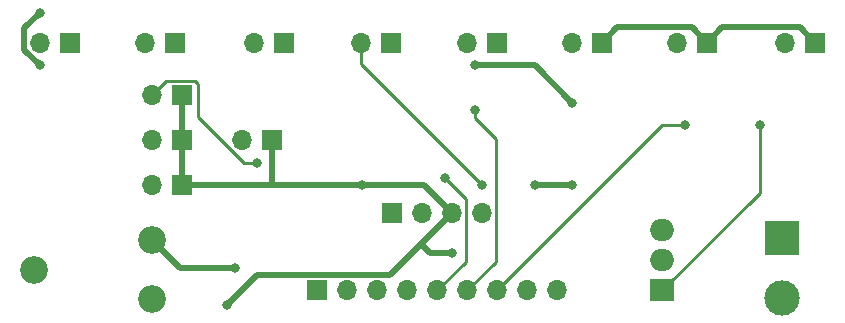
<source format=gbr>
%TF.GenerationSoftware,KiCad,Pcbnew,(5.1.6)-1*%
%TF.CreationDate,2020-11-25T02:59:11+01:00*%
%TF.ProjectId,heater_led_tempSensor_board,68656174-6572-45f6-9c65-645f74656d70,rev?*%
%TF.SameCoordinates,Original*%
%TF.FileFunction,Copper,L2,Bot*%
%TF.FilePolarity,Positive*%
%FSLAX46Y46*%
G04 Gerber Fmt 4.6, Leading zero omitted, Abs format (unit mm)*
G04 Created by KiCad (PCBNEW (5.1.6)-1) date 2020-11-25 02:59:11*
%MOMM*%
%LPD*%
G01*
G04 APERTURE LIST*
%TA.AperFunction,ComponentPad*%
%ADD10O,1.700000X1.700000*%
%TD*%
%TA.AperFunction,ComponentPad*%
%ADD11R,1.700000X1.700000*%
%TD*%
%TA.AperFunction,ComponentPad*%
%ADD12C,3.000000*%
%TD*%
%TA.AperFunction,ComponentPad*%
%ADD13R,3.000000X3.000000*%
%TD*%
%TA.AperFunction,ComponentPad*%
%ADD14C,2.340000*%
%TD*%
%TA.AperFunction,ComponentPad*%
%ADD15O,2.000000X1.905000*%
%TD*%
%TA.AperFunction,ComponentPad*%
%ADD16R,2.000000X1.905000*%
%TD*%
%TA.AperFunction,ViaPad*%
%ADD17C,0.800000*%
%TD*%
%TA.AperFunction,Conductor*%
%ADD18C,0.500000*%
%TD*%
%TA.AperFunction,Conductor*%
%ADD19C,0.250000*%
%TD*%
G04 APERTURE END LIST*
D10*
%TO.P,TH3,2*%
%TO.N,NTC3*%
X110490000Y-101600000D03*
D11*
%TO.P,TH3,1*%
%TO.N,+5V*%
X113030000Y-101600000D03*
%TD*%
D10*
%TO.P,TH2,2*%
%TO.N,NTC2*%
X110490000Y-105410000D03*
D11*
%TO.P,TH2,1*%
%TO.N,+5V*%
X113030000Y-105410000D03*
%TD*%
D10*
%TO.P,TH1,2*%
%TO.N,NTC1*%
X118110000Y-101600000D03*
D11*
%TO.P,TH1,1*%
%TO.N,+5V*%
X120650000Y-101600000D03*
%TD*%
D12*
%TO.P,J3,2*%
%TO.N,Net-(J3-Pad2)*%
X163830000Y-114935000D03*
D13*
%TO.P,J3,1*%
%TO.N,+12V*%
X163830000Y-109855000D03*
%TD*%
D11*
%TO.P,TH4,1*%
%TO.N,+5V*%
X113030000Y-97790000D03*
D10*
%TO.P,TH4,2*%
%TO.N,NTC4*%
X110490000Y-97790000D03*
%TD*%
D14*
%TO.P,R1,1*%
%TO.N,GND*%
X110490000Y-110061398D03*
%TO.P,R1,2*%
%TO.N,Net-(D1-Pad1)*%
X100490000Y-112561398D03*
%TO.P,R1,3*%
%TO.N,N/C*%
X110490000Y-115061398D03*
%TD*%
D15*
%TO.P,Q1,3*%
%TO.N,GND*%
X153670000Y-109220000D03*
%TO.P,Q1,2*%
%TO.N,Net-(J3-Pad2)*%
X153670000Y-111760000D03*
D16*
%TO.P,Q1,1*%
%TO.N,Net-(Q1-Pad1)*%
X153670000Y-114300000D03*
%TD*%
D10*
%TO.P,J2,9*%
%TO.N,GND*%
X144780000Y-114300000D03*
%TO.P,J2,8*%
%TO.N,+12V*%
X142240000Y-114300000D03*
%TO.P,J2,7*%
%TO.N,heater_PWN*%
X139700000Y-114300000D03*
%TO.P,J2,6*%
%TO.N,INH*%
X137160000Y-114300000D03*
%TO.P,J2,5*%
%TO.N,DA*%
X134620000Y-114300000D03*
%TO.P,J2,4*%
%TO.N,DB*%
X132080000Y-114300000D03*
%TO.P,J2,3*%
%TO.N,DC*%
X129540000Y-114300000D03*
%TO.P,J2,2*%
%TO.N,SDA*%
X127000000Y-114300000D03*
D11*
%TO.P,J2,1*%
%TO.N,SCL*%
X124460000Y-114300000D03*
%TD*%
D10*
%TO.P,J1,4*%
%TO.N,GND*%
X138399669Y-107788560D03*
%TO.P,J1,3*%
%TO.N,+5V*%
X135859669Y-107788560D03*
%TO.P,J1,2*%
%TO.N,SDA*%
X133319669Y-107788560D03*
D11*
%TO.P,J1,1*%
%TO.N,SCL*%
X130779669Y-107788560D03*
%TD*%
D10*
%TO.P,D8,2*%
%TO.N,LED8*%
X164096279Y-93345000D03*
D11*
%TO.P,D8,1*%
%TO.N,Net-(D1-Pad1)*%
X166636279Y-93345000D03*
%TD*%
D10*
%TO.P,D7,2*%
%TO.N,LED7*%
X154940000Y-93345000D03*
D11*
%TO.P,D7,1*%
%TO.N,Net-(D1-Pad1)*%
X157480000Y-93345000D03*
%TD*%
D10*
%TO.P,D6,2*%
%TO.N,LED6*%
X146050000Y-93345000D03*
D11*
%TO.P,D6,1*%
%TO.N,Net-(D1-Pad1)*%
X148590000Y-93345000D03*
%TD*%
D10*
%TO.P,D5,2*%
%TO.N,LED5*%
X137160000Y-93345000D03*
D11*
%TO.P,D5,1*%
%TO.N,Net-(D1-Pad1)*%
X139700000Y-93345000D03*
%TD*%
D10*
%TO.P,D4,2*%
%TO.N,LED4*%
X128164893Y-93338336D03*
D11*
%TO.P,D4,1*%
%TO.N,Net-(D1-Pad1)*%
X130704893Y-93338336D03*
%TD*%
D10*
%TO.P,D3,2*%
%TO.N,LED3*%
X119144844Y-93338336D03*
D11*
%TO.P,D3,1*%
%TO.N,Net-(D1-Pad1)*%
X121684844Y-93338336D03*
%TD*%
D10*
%TO.P,D2,2*%
%TO.N,LED2*%
X109855000Y-93345000D03*
D11*
%TO.P,D2,1*%
%TO.N,Net-(D1-Pad1)*%
X112395000Y-93345000D03*
%TD*%
D10*
%TO.P,D1,2*%
%TO.N,LED1*%
X100965000Y-93345000D03*
D11*
%TO.P,D1,1*%
%TO.N,Net-(D1-Pad1)*%
X103505000Y-93345000D03*
%TD*%
D17*
%TO.N,GND*%
X137795000Y-95250000D03*
X146050000Y-98425000D03*
X100965000Y-90805000D03*
X100965000Y-95250000D03*
X146050000Y-105410000D03*
X142875000Y-105410000D03*
X117475000Y-112395000D03*
%TO.N,+5V*%
X116840000Y-115570000D03*
X135890000Y-111125000D03*
X128270000Y-105410000D03*
%TO.N,LED4*%
X138430000Y-105410000D03*
%TO.N,DA*%
X135255000Y-104775000D03*
%TO.N,INH*%
X137795000Y-99060000D03*
%TO.N,heater_PWN*%
X155575000Y-100330000D03*
%TO.N,Net-(Q1-Pad1)*%
X161925000Y-100330000D03*
%TO.N,NTC4*%
X119380000Y-103505000D03*
%TD*%
D18*
%TO.N,GND*%
X142875000Y-95250000D02*
X146050000Y-98425000D01*
X137795000Y-95250000D02*
X142875000Y-95250000D01*
X99664999Y-93949999D02*
X100965000Y-95250000D01*
X99664999Y-92105001D02*
X99664999Y-93949999D01*
X100965000Y-90805000D02*
X99664999Y-92105001D01*
X146050000Y-105410000D02*
X142875000Y-105410000D01*
X112823602Y-112395000D02*
X110490000Y-110061398D01*
X117475000Y-112395000D02*
X112823602Y-112395000D01*
%TO.N,+5V*%
X113030000Y-97790000D02*
X113030000Y-101600000D01*
X113030000Y-101600000D02*
X113030000Y-105410000D01*
X133481109Y-105410000D02*
X135859669Y-107788560D01*
X120650000Y-101600000D02*
X120650000Y-105410000D01*
X113030000Y-105410000D02*
X120650000Y-105410000D01*
X120650000Y-105410000D02*
X128270000Y-105410000D01*
X119410001Y-112999999D02*
X130648230Y-112999999D01*
X116840000Y-115570000D02*
X119410001Y-112999999D01*
X133985000Y-111125000D02*
X133254115Y-110394115D01*
X135890000Y-111125000D02*
X133985000Y-111125000D01*
X130648230Y-112999999D02*
X133254115Y-110394115D01*
X133254115Y-110394115D02*
X135859669Y-107788560D01*
X128270000Y-105410000D02*
X133481109Y-105410000D01*
%TO.N,Net-(D1-Pad1)*%
X156179999Y-92044999D02*
X157480000Y-93345000D01*
X149890001Y-92044999D02*
X156179999Y-92044999D01*
X148590000Y-93345000D02*
X149890001Y-92044999D01*
X158780001Y-92044999D02*
X165336278Y-92044999D01*
X165336278Y-92044999D02*
X166636279Y-93345000D01*
X157480000Y-93345000D02*
X158780001Y-92044999D01*
D19*
%TO.N,LED4*%
X128164893Y-93338336D02*
X128164893Y-95144893D01*
X128164893Y-95144893D02*
X138430000Y-105410000D01*
X138430000Y-105410000D02*
X138430000Y-105410000D01*
%TO.N,DA*%
X134620000Y-114300000D02*
X137034670Y-111885330D01*
X137034670Y-111885330D02*
X137034670Y-106805330D01*
X137034670Y-106805330D02*
X137034670Y-106554670D01*
X137034670Y-106554670D02*
X135255000Y-104775000D01*
X135255000Y-104775000D02*
X135255000Y-104775000D01*
%TO.N,INH*%
X139574670Y-111885330D02*
X139574670Y-101474670D01*
X137160000Y-114300000D02*
X139574670Y-111885330D01*
X139574670Y-101474670D02*
X137795000Y-99695000D01*
X137795000Y-99695000D02*
X137795000Y-99060000D01*
X137795000Y-99060000D02*
X137795000Y-99060000D01*
%TO.N,heater_PWN*%
X153670000Y-100330000D02*
X139700000Y-114300000D01*
X155575000Y-100330000D02*
X153670000Y-100330000D01*
%TO.N,Net-(Q1-Pad1)*%
X153670000Y-114300000D02*
X161925000Y-106045000D01*
X161925000Y-106045000D02*
X161925000Y-100330000D01*
X161925000Y-100330000D02*
X161925000Y-100330000D01*
%TO.N,NTC4*%
X119380000Y-103505000D02*
X118275998Y-103505000D01*
X114382999Y-96857997D02*
X114382999Y-99612001D01*
X111665001Y-96614999D02*
X114140001Y-96614999D01*
X114140001Y-96614999D02*
X114382999Y-96857997D01*
X110490000Y-97790000D02*
X111665001Y-96614999D01*
X118275998Y-103505000D02*
X114382999Y-99612001D01*
%TD*%
M02*

</source>
